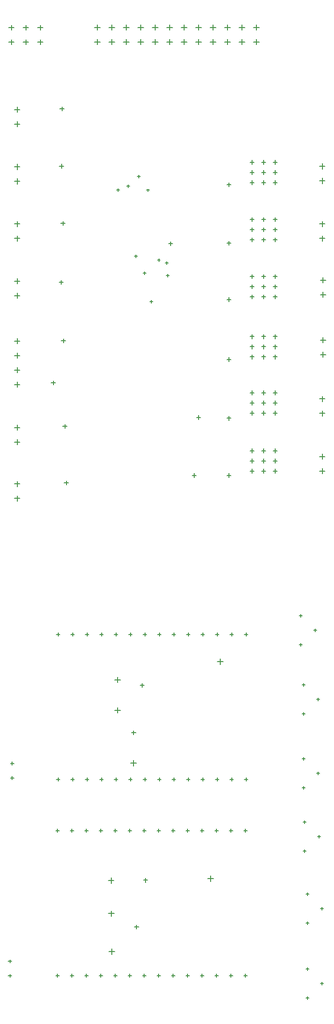
<source format=gbr>
G04 Layer_Color=128*
%FSLAX26Y26*%
%MOIN*%
%TF.FileFunction,Drillmap*%
%TF.Part,Single*%
G01*
G75*
%TA.AperFunction,NonConductor*%
%ADD73C,0.005000*%
D73*
X1895803Y6701402D02*
X1933205D01*
X1914504Y6682701D02*
Y6720102D01*
X1895803Y6801402D02*
X1933205D01*
X1914504Y6782701D02*
Y6820102D01*
X795803Y6701402D02*
X833205D01*
X814504Y6682701D02*
Y6720102D01*
X895803Y6701402D02*
X933205D01*
X914504Y6682701D02*
Y6720102D01*
X995803Y6701402D02*
X1033205D01*
X1014504Y6682701D02*
Y6720102D01*
X1095803Y6701402D02*
X1133205D01*
X1114504Y6682701D02*
Y6720102D01*
X1195803Y6701402D02*
X1233205D01*
X1214504Y6682701D02*
Y6720102D01*
X1295803Y6701402D02*
X1333205D01*
X1314504Y6682701D02*
Y6720102D01*
X1395803Y6701402D02*
X1433205D01*
X1414504Y6682701D02*
Y6720102D01*
X1495803Y6701402D02*
X1533205D01*
X1514504Y6682701D02*
Y6720102D01*
X1595803Y6701402D02*
X1633205D01*
X1614504Y6682701D02*
Y6720102D01*
X1695803Y6701402D02*
X1733205D01*
X1714504Y6682701D02*
Y6720102D01*
X795803Y6801402D02*
X833205D01*
X814504Y6782701D02*
Y6820102D01*
X895803Y6801402D02*
X933205D01*
X914504Y6782701D02*
Y6820102D01*
X995803Y6801402D02*
X1033205D01*
X1014504Y6782701D02*
Y6820102D01*
X1095803Y6801402D02*
X1133205D01*
X1114504Y6782701D02*
Y6820102D01*
X1195803Y6801402D02*
X1233205D01*
X1214504Y6782701D02*
Y6820102D01*
X1295803Y6801402D02*
X1333205D01*
X1314504Y6782701D02*
Y6820102D01*
X1395803Y6801402D02*
X1433205D01*
X1414504Y6782701D02*
Y6820102D01*
X1495803Y6801402D02*
X1533205D01*
X1514504Y6782701D02*
Y6820102D01*
X1595803Y6801402D02*
X1633205D01*
X1614504Y6782701D02*
Y6820102D01*
X1695803Y6801402D02*
X1733205D01*
X1714504Y6782701D02*
Y6820102D01*
X1795803Y6801402D02*
X1833205D01*
X1814504Y6782701D02*
Y6820102D01*
X1795803Y6701402D02*
X1833205D01*
X1814504Y6682701D02*
Y6720102D01*
X1644819Y2426402D02*
X1684189D01*
X1664504Y2406717D02*
Y2446087D01*
X1044819Y1726402D02*
X1084189D01*
X1064504Y1706717D02*
Y1746087D01*
X934819Y2091402D02*
X974189D01*
X954504Y2071717D02*
Y2111087D01*
X934819Y2301402D02*
X974189D01*
X954504Y2281717D02*
Y2321087D01*
X894819Y426402D02*
X934189D01*
X914504Y406717D02*
Y446087D01*
X891819Y688402D02*
X931189D01*
X911504Y668717D02*
Y708087D01*
X889819Y917402D02*
X929189D01*
X909504Y897717D02*
Y937087D01*
X1577819Y929402D02*
X1617189D01*
X1597504Y909717D02*
Y949087D01*
X2351317Y3740444D02*
X2388719D01*
X2370018Y3721743D02*
Y3759144D01*
X2351317Y3840444D02*
X2388719D01*
X2370018Y3821743D02*
Y3859144D01*
X202695Y6700168D02*
X238128D01*
X220412Y6682451D02*
Y6717884D01*
X302695Y6700168D02*
X338128D01*
X320412Y6682451D02*
Y6717884D01*
X402695Y6700168D02*
X438128D01*
X420412Y6682451D02*
Y6717884D01*
X402695Y6800168D02*
X438128D01*
X420412Y6782451D02*
Y6817884D01*
X302695Y6800168D02*
X338128D01*
X320412Y6782451D02*
Y6817884D01*
X202695Y6800168D02*
X238128D01*
X220412Y6782451D02*
Y6817884D01*
X241081Y4337568D02*
X278483D01*
X259782Y4318867D02*
Y4356268D01*
X241081Y4437568D02*
X278483D01*
X259782Y4418867D02*
Y4456268D01*
X241081Y4537568D02*
X278483D01*
X259782Y4518867D02*
Y4556268D01*
X241081Y4637568D02*
X278483D01*
X259782Y4618867D02*
Y4656268D01*
X2357223Y4543868D02*
X2394625D01*
X2375924Y4525167D02*
Y4562568D01*
X2357223Y4643868D02*
X2394625D01*
X2375924Y4625167D02*
Y4662568D01*
X2357223Y4957254D02*
X2394625D01*
X2375924Y4938553D02*
Y4975954D01*
X2357223Y5057254D02*
X2394625D01*
X2375924Y5038553D02*
Y5075954D01*
X2351317Y4138358D02*
X2388719D01*
X2370018Y4119657D02*
Y4157058D01*
X2351317Y4238358D02*
X2388719D01*
X2370018Y4219657D02*
Y4257058D01*
X2351317Y5743250D02*
X2388719D01*
X2370018Y5724549D02*
Y5761950D01*
X2351317Y5843250D02*
X2388719D01*
X2370018Y5824549D02*
Y5861950D01*
X241081Y3551742D02*
X278483D01*
X259782Y3533041D02*
Y3570442D01*
X241081Y3651742D02*
X278483D01*
X259782Y3633041D02*
Y3670442D01*
X2351317Y5345706D02*
X2388719D01*
X2370018Y5327005D02*
Y5364406D01*
X2351317Y5445706D02*
X2388719D01*
X2370018Y5427005D02*
Y5464406D01*
X241081Y3941506D02*
X278483D01*
X259782Y3922805D02*
Y3960206D01*
X241081Y4041506D02*
X278483D01*
X259782Y4022805D02*
Y4060206D01*
X241081Y5740062D02*
X278483D01*
X259782Y5721361D02*
Y5758762D01*
X241081Y5840062D02*
X278483D01*
X259782Y5821361D02*
Y5858762D01*
X241081Y5345706D02*
X278483D01*
X259782Y5327005D02*
Y5364406D01*
X241081Y5445706D02*
X278483D01*
X259782Y5427005D02*
Y5464406D01*
X241081Y4951348D02*
X278483D01*
X259782Y4932647D02*
Y4970048D01*
X241081Y5051348D02*
X278483D01*
X259782Y5032647D02*
Y5070048D01*
X531435Y1613554D02*
X555057D01*
X543246Y1601743D02*
Y1625365D01*
X631435Y1613554D02*
X655057D01*
X643246Y1601743D02*
Y1625365D01*
X731435Y1613554D02*
X755057D01*
X743246Y1601743D02*
Y1625365D01*
X831435Y1613554D02*
X855057D01*
X843246Y1601743D02*
Y1625365D01*
X931435Y1613554D02*
X955057D01*
X943246Y1601743D02*
Y1625365D01*
X1031435Y1613554D02*
X1055057D01*
X1043246Y1601743D02*
Y1625365D01*
X1131435Y1613554D02*
X1155057D01*
X1143246Y1601743D02*
Y1625365D01*
X1231435Y1613554D02*
X1255057D01*
X1243246Y1601743D02*
Y1625365D01*
X1331435Y1613554D02*
X1355057D01*
X1343246Y1601743D02*
Y1625365D01*
X1431435Y1613554D02*
X1455057D01*
X1443246Y1601743D02*
Y1625365D01*
X1531435Y1613554D02*
X1555057D01*
X1543246Y1601743D02*
Y1625365D01*
X1631435Y1613554D02*
X1655057D01*
X1643246Y1601743D02*
Y1625365D01*
X1731435Y1613554D02*
X1755057D01*
X1743246Y1601743D02*
Y1625365D01*
X1831435Y1613554D02*
X1855057D01*
X1843246Y1601743D02*
Y1625365D01*
X531435Y2613554D02*
X555057D01*
X543246Y2601743D02*
Y2625365D01*
X631435Y2613554D02*
X655057D01*
X643246Y2601743D02*
Y2625365D01*
X731435Y2613554D02*
X755057D01*
X743246Y2601743D02*
Y2625365D01*
X831435Y2613554D02*
X855057D01*
X843246Y2601743D02*
Y2625365D01*
X931435Y2613554D02*
X955057D01*
X943246Y2601743D02*
Y2625365D01*
X1031435Y2613554D02*
X1055057D01*
X1043246Y2601743D02*
Y2625365D01*
X1131435Y2613554D02*
X1155057D01*
X1143246Y2601743D02*
Y2625365D01*
X1231435Y2613554D02*
X1255057D01*
X1243246Y2601743D02*
Y2625365D01*
X1331435Y2613554D02*
X1355057D01*
X1343246Y2601743D02*
Y2625365D01*
X1431435Y2613554D02*
X1455057D01*
X1443246Y2601743D02*
Y2625365D01*
X1531435Y2613554D02*
X1555057D01*
X1543246Y2601743D02*
Y2625365D01*
X1631435Y2613554D02*
X1655057D01*
X1643246Y2601743D02*
Y2625365D01*
X1731435Y2613554D02*
X1755057D01*
X1743246Y2601743D02*
Y2625365D01*
X1831435Y2613554D02*
X1855057D01*
X1843246Y2601743D02*
Y2625365D01*
X2211505Y2743401D02*
X2231505D01*
X2221505Y2733401D02*
Y2753401D01*
X2211505Y2543401D02*
X2231505D01*
X2221505Y2533401D02*
Y2553401D01*
X2311505Y2643401D02*
X2331505D01*
X2321505Y2633401D02*
Y2653401D01*
X526513Y260208D02*
X550135D01*
X538324Y248397D02*
Y272019D01*
X626513Y260208D02*
X650135D01*
X638324Y248397D02*
Y272019D01*
X726513Y260208D02*
X750135D01*
X738324Y248397D02*
Y272019D01*
X826513Y260208D02*
X850135D01*
X838324Y248397D02*
Y272019D01*
X926513Y260208D02*
X950135D01*
X938324Y248397D02*
Y272019D01*
X1026513Y260208D02*
X1050135D01*
X1038324Y248397D02*
Y272019D01*
X1126513Y260208D02*
X1150135D01*
X1138324Y248397D02*
Y272019D01*
X1226513Y260208D02*
X1250135D01*
X1238324Y248397D02*
Y272019D01*
X1326513Y260208D02*
X1350135D01*
X1338324Y248397D02*
Y272019D01*
X1426513Y260208D02*
X1450135D01*
X1438324Y248397D02*
Y272019D01*
X1526513Y260208D02*
X1550135D01*
X1538324Y248397D02*
Y272019D01*
X1626513Y260208D02*
X1650135D01*
X1638324Y248397D02*
Y272019D01*
X1726513Y260208D02*
X1750135D01*
X1738324Y248397D02*
Y272019D01*
X1826513Y260208D02*
X1850135D01*
X1838324Y248397D02*
Y272019D01*
X526513Y1260208D02*
X550135D01*
X538324Y1248397D02*
Y1272019D01*
X626513Y1260208D02*
X650135D01*
X638324Y1248397D02*
Y1272019D01*
X726513Y1260208D02*
X750135D01*
X738324Y1248397D02*
Y1272019D01*
X826513Y1260208D02*
X850135D01*
X838324Y1248397D02*
Y1272019D01*
X926513Y1260208D02*
X950135D01*
X938324Y1248397D02*
Y1272019D01*
X1026513Y1260208D02*
X1050135D01*
X1038324Y1248397D02*
Y1272019D01*
X1126513Y1260208D02*
X1150135D01*
X1138324Y1248397D02*
Y1272019D01*
X1226513Y1260208D02*
X1250135D01*
X1238324Y1248397D02*
Y1272019D01*
X1326513Y1260208D02*
X1350135D01*
X1338324Y1248397D02*
Y1272019D01*
X1426513Y1260208D02*
X1450135D01*
X1438324Y1248397D02*
Y1272019D01*
X1526513Y1260208D02*
X1550135D01*
X1538324Y1248397D02*
Y1272019D01*
X1626513Y1260208D02*
X1650135D01*
X1638324Y1248397D02*
Y1272019D01*
X1726513Y1260208D02*
X1750135D01*
X1738324Y1248397D02*
Y1272019D01*
X1826513Y1260208D02*
X1850135D01*
X1838324Y1248397D02*
Y1272019D01*
X2238505Y1321250D02*
X2258505D01*
X2248505Y1311250D02*
Y1331250D01*
X2238505Y1121250D02*
X2258505D01*
X2248505Y1111250D02*
Y1131250D01*
X2338505Y1221250D02*
X2358505D01*
X2348505Y1211250D02*
Y1231250D01*
X2230504Y2267401D02*
X2250504D01*
X2240504Y2257401D02*
Y2277401D01*
X2230504Y2067401D02*
X2250504D01*
X2240504Y2057401D02*
Y2077401D01*
X2330504Y2167401D02*
X2350504D01*
X2340504Y2157401D02*
Y2177401D01*
X2257504Y823390D02*
X2277504D01*
X2267504Y813390D02*
Y833390D01*
X2257504Y623390D02*
X2277504D01*
X2267504Y613390D02*
Y633390D01*
X2357504Y723390D02*
X2377504D01*
X2367504Y713390D02*
Y733390D01*
X198677Y359402D02*
X220331D01*
X209504Y348575D02*
Y370228D01*
X198677Y259402D02*
X220331D01*
X209504Y248575D02*
Y270228D01*
X214677Y1724402D02*
X236331D01*
X225504Y1713575D02*
Y1735228D01*
X214677Y1624402D02*
X236331D01*
X225504Y1613575D02*
Y1635228D01*
X2230504Y1757402D02*
X2250504D01*
X2240504Y1747402D02*
Y1767402D01*
X2230504Y1557402D02*
X2250504D01*
X2240504Y1547402D02*
Y1567402D01*
X2330504Y1657402D02*
X2350504D01*
X2340504Y1647402D02*
Y1667402D01*
X2257504Y307402D02*
X2277504D01*
X2267504Y297402D02*
Y317402D01*
X2257504Y107402D02*
X2277504D01*
X2267504Y97402D02*
Y117402D01*
X2357504Y207402D02*
X2377504D01*
X2367504Y197402D02*
Y217402D01*
X241081Y6134418D02*
X278483D01*
X259782Y6115717D02*
Y6153118D01*
X241081Y6234418D02*
X278483D01*
X259782Y6215717D02*
Y6253118D01*
X556000Y6240000D02*
X584000D01*
X570000Y6226000D02*
Y6254000D01*
X496000Y4350000D02*
X524000D01*
X510000Y4336000D02*
Y4364000D01*
X1131277Y5107726D02*
X1150962D01*
X1141120Y5097883D02*
Y5117568D01*
X1710348Y4105680D02*
X1738348D01*
X1724348Y4091680D02*
Y4119680D01*
X1710348Y4511190D02*
X1738348D01*
X1724348Y4497190D02*
Y4525190D01*
X1710348Y4924576D02*
X1738348D01*
X1724348Y4910576D02*
Y4938576D01*
X1710348Y5314340D02*
X1738348D01*
X1724348Y5300340D02*
Y5328340D01*
X1710348Y5715916D02*
X1738348D01*
X1724348Y5701916D02*
Y5729916D01*
X1070175Y5223250D02*
X1089860D01*
X1080018Y5213407D02*
Y5233092D01*
X1870504Y5871402D02*
X1898504D01*
X1884504Y5857402D02*
Y5885402D01*
X1870504Y5801402D02*
X1898504D01*
X1884504Y5787402D02*
Y5815402D01*
X1870504Y5731402D02*
X1898504D01*
X1884504Y5717402D02*
Y5745402D01*
X1950504Y5731402D02*
X1978504D01*
X1964504Y5717402D02*
Y5745402D01*
X2030504Y5731402D02*
X2058504D01*
X2044504Y5717402D02*
Y5745402D01*
X2030504Y5801402D02*
X2058504D01*
X2044504Y5787402D02*
Y5815402D01*
X2030504Y5871402D02*
X2058504D01*
X2044504Y5857402D02*
Y5885402D01*
X1950504Y5801402D02*
X1978504D01*
X1964504Y5787402D02*
Y5815402D01*
X1950504Y5871402D02*
X1978504D01*
X1964504Y5857402D02*
Y5885402D01*
X1950504Y5477042D02*
X1978504D01*
X1964504Y5463042D02*
Y5491042D01*
X1950504Y5407042D02*
X1978504D01*
X1964504Y5393042D02*
Y5421042D01*
X2030504Y5477042D02*
X2058504D01*
X2044504Y5463042D02*
Y5491042D01*
X2030504Y5407042D02*
X2058504D01*
X2044504Y5393042D02*
Y5421042D01*
X2030504Y5337042D02*
X2058504D01*
X2044504Y5323042D02*
Y5351042D01*
X1950504Y5337042D02*
X1978504D01*
X1964504Y5323042D02*
Y5351042D01*
X1870504Y5337042D02*
X1898504D01*
X1884504Y5323042D02*
Y5351042D01*
X1870504Y5407042D02*
X1898504D01*
X1884504Y5393042D02*
Y5421042D01*
X1870504Y5477042D02*
X1898504D01*
X1884504Y5463042D02*
Y5491042D01*
X1950504Y5082686D02*
X1978504D01*
X1964504Y5068686D02*
Y5096686D01*
X1950504Y5012686D02*
X1978504D01*
X1964504Y4998686D02*
Y5026686D01*
X2030504Y5082686D02*
X2058504D01*
X2044504Y5068686D02*
Y5096686D01*
X2030504Y5012686D02*
X2058504D01*
X2044504Y4998686D02*
Y5026686D01*
X2030504Y4942686D02*
X2058504D01*
X2044504Y4928686D02*
Y4956686D01*
X1950504Y4942686D02*
X1978504D01*
X1964504Y4928686D02*
Y4956686D01*
X1870504Y4942686D02*
X1898504D01*
X1884504Y4928686D02*
Y4956686D01*
X1870504Y5012686D02*
X1898504D01*
X1884504Y4998686D02*
Y5026686D01*
X1870504Y5082686D02*
X1898504D01*
X1884504Y5068686D02*
Y5096686D01*
X1950504Y4668908D02*
X1978504D01*
X1964504Y4654908D02*
Y4682908D01*
X1950504Y4598908D02*
X1978504D01*
X1964504Y4584908D02*
Y4612908D01*
X2030504Y4668908D02*
X2058504D01*
X2044504Y4654908D02*
Y4682908D01*
X2030504Y4598908D02*
X2058504D01*
X2044504Y4584908D02*
Y4612908D01*
X2030504Y4528908D02*
X2058504D01*
X2044504Y4514908D02*
Y4542908D01*
X1950504Y4528908D02*
X1978504D01*
X1964504Y4514908D02*
Y4542908D01*
X1870504Y4528908D02*
X1898504D01*
X1884504Y4514908D02*
Y4542908D01*
X1870504Y4598908D02*
X1898504D01*
X1884504Y4584908D02*
Y4612908D01*
X1870504Y4668908D02*
X1898504D01*
X1884504Y4654908D02*
Y4682908D01*
X1950504Y4281402D02*
X1978504D01*
X1964504Y4267402D02*
Y4295402D01*
X1950504Y4211402D02*
X1978504D01*
X1964504Y4197402D02*
Y4225402D01*
X2030504Y4281402D02*
X2058504D01*
X2044504Y4267402D02*
Y4295402D01*
X2030504Y4211402D02*
X2058504D01*
X2044504Y4197402D02*
Y4225402D01*
X2030504Y4141402D02*
X2058504D01*
X2044504Y4127402D02*
Y4155402D01*
X1950504Y4141402D02*
X1978504D01*
X1964504Y4127402D02*
Y4155402D01*
X1870504Y4141402D02*
X1898504D01*
X1884504Y4127402D02*
Y4155402D01*
X1870504Y4211402D02*
X1898504D01*
X1884504Y4197402D02*
Y4225402D01*
X1870504Y4281402D02*
X1898504D01*
X1884504Y4267402D02*
Y4295402D01*
X1950504Y3881402D02*
X1978504D01*
X1964504Y3867402D02*
Y3895402D01*
X1950504Y3811402D02*
X1978504D01*
X1964504Y3797402D02*
Y3825402D01*
X2030504Y3881402D02*
X2058504D01*
X2044504Y3867402D02*
Y3895402D01*
X2030504Y3811402D02*
X2058504D01*
X2044504Y3797402D02*
Y3825402D01*
X2030504Y3741402D02*
X2058504D01*
X2044504Y3727402D02*
Y3755402D01*
X1950504Y3741402D02*
X1978504D01*
X1964504Y3727402D02*
Y3755402D01*
X1870504Y3741402D02*
X1898504D01*
X1884504Y3727402D02*
Y3755402D01*
X1870504Y3811402D02*
X1898504D01*
X1884504Y3797402D02*
Y3825402D01*
X1870504Y3881402D02*
X1898504D01*
X1884504Y3867402D02*
Y3895402D01*
X1710504Y3711402D02*
X1738504D01*
X1724504Y3697402D02*
Y3725402D01*
X1470504Y3711402D02*
X1498504D01*
X1484504Y3697402D02*
Y3725402D01*
X1500504Y4111402D02*
X1528504D01*
X1514504Y4097402D02*
Y4125402D01*
X1051504Y1936402D02*
X1079504D01*
X1065504Y1922402D02*
Y1950402D01*
X1071504Y597402D02*
X1099504D01*
X1085504Y583402D02*
Y611402D01*
X1133504Y918402D02*
X1161504D01*
X1147504Y904402D02*
Y932402D01*
X1109504Y2262402D02*
X1137504D01*
X1123504Y2248402D02*
Y2276402D01*
X1178207Y4908908D02*
X1197892D01*
X1188050Y4899065D02*
Y4918750D01*
X1284661Y5177402D02*
X1304346D01*
X1294504Y5167559D02*
Y5187244D01*
X1229661Y5196402D02*
X1249346D01*
X1239504Y5186559D02*
Y5206244D01*
X1153661Y5678402D02*
X1173346D01*
X1163504Y5668559D02*
Y5688244D01*
X1016661Y5707402D02*
X1036346D01*
X1026504Y5697559D02*
Y5717244D01*
X1090661Y5774402D02*
X1110346D01*
X1100504Y5764559D02*
Y5784244D01*
X586000Y3660000D02*
X614000D01*
X600000Y3646000D02*
Y3674000D01*
X576000Y4050000D02*
X604000D01*
X590000Y4036000D02*
Y4064000D01*
X549504Y5043402D02*
X577504D01*
X563504Y5029402D02*
Y5057402D01*
X562504Y5449402D02*
X590504D01*
X576504Y5435402D02*
Y5463402D01*
X552504Y5844402D02*
X580504D01*
X566504Y5830402D02*
Y5858402D01*
X1290661Y5089402D02*
X1310346D01*
X1300504Y5079559D02*
Y5099244D01*
X1307238Y5310668D02*
X1335238D01*
X1321238Y5296668D02*
Y5324668D01*
X947661Y5681402D02*
X967346D01*
X957504Y5671559D02*
Y5691244D01*
X566000Y4640000D02*
X594000D01*
X580000Y4626000D02*
Y4654000D01*
%TF.MD5,b9ef33164e8cd933b3b99d01d7dc33a5*%
M02*

</source>
